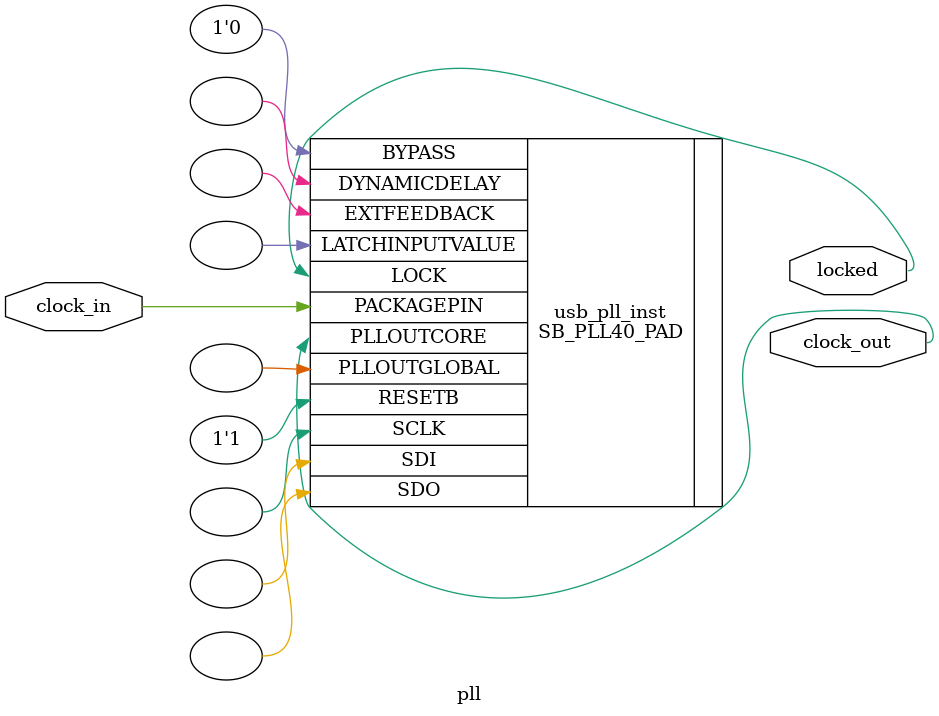
<source format=v>
/**
 * PLL configuration
 *
 * This Verilog module was generated automatically
 * using the icepll tool from the IceStorm project.
 * Use at your own risk.
 *
 * Given input frequency:        12.000 MHz
 * Requested output frequency:   48.000 MHz
 * Achieved output frequency:    48.000 MHz
 */

module pll(
	input  clock_in,
	output clock_out,
	output locked
	);

  SB_PLL40_PAD #(
    .DIVR(4'b0000),
    //.DIVF(7'b0101111),
    .DIVF(7'b0111111),
    .DIVQ(3'b100),
    .FILTER_RANGE(3'b001),
    .FEEDBACK_PATH("SIMPLE"),
    .DELAY_ADJUSTMENT_MODE_FEEDBACK("FIXED"),
    .FDA_FEEDBACK(4'b0000),
    .DELAY_ADJUSTMENT_MODE_RELATIVE("FIXED"),
    .FDA_RELATIVE(4'b0000),
    .SHIFTREG_DIV_MODE(2'b00),
    .PLLOUT_SELECT("GENCLK"),
    .ENABLE_ICEGATE(1'b0)
  ) usb_pll_inst (
    .PACKAGEPIN(clock_in),
    .PLLOUTCORE(clock_out),
    .PLLOUTGLOBAL(),
    .EXTFEEDBACK(),
    .DYNAMICDELAY(),
    .RESETB(1'b1),
    .BYPASS(1'b0),
    .LATCHINPUTVALUE(),
    .LOCK(locked),
    .SDI(),
    .SDO(),
    .SCLK()
  );

endmodule

</source>
